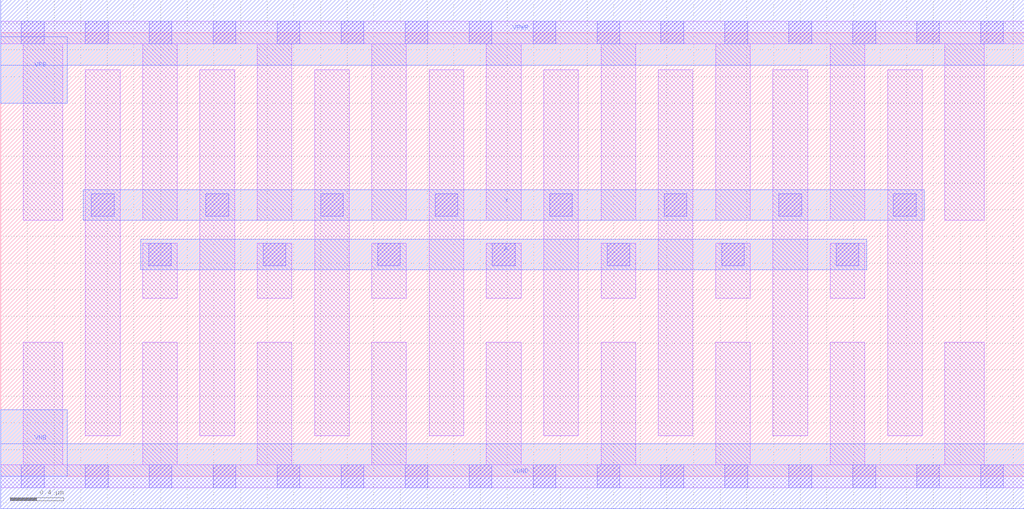
<source format=lef>
# Copyright 2020 The SkyWater PDK Authors
#
# Licensed under the Apache License, Version 2.0 (the "License");
# you may not use this file except in compliance with the License.
# You may obtain a copy of the License at
#
#     https://www.apache.org/licenses/LICENSE-2.0
#
# Unless required by applicable law or agreed to in writing, software
# distributed under the License is distributed on an "AS IS" BASIS,
# WITHOUT WARRANTIES OR CONDITIONS OF ANY KIND, either express or implied.
# See the License for the specific language governing permissions and
# limitations under the License.
#
# SPDX-License-Identifier: Apache-2.0

VERSION 5.5 ;
NAMESCASESENSITIVE ON ;
BUSBITCHARS "[]" ;
DIVIDERCHAR "/" ;
MACRO sky130_fd_sc_lp__inv_16
  CLASS CORE ;
  SOURCE USER ;
  ORIGIN  0.000000  0.000000 ;
  SIZE  7.680000 BY  3.330000 ;
  SYMMETRY X Y R90 ;
  SITE unit ;
  PIN A
    ANTENNAGATEAREA  5.040000 ;
    DIRECTION INPUT ;
    USE SIGNAL ;
    PORT
      LAYER met1 ;
        RECT 1.050000 1.550000 6.500000 1.780000 ;
    END
  END A
  PIN Y
    ANTENNADIFFAREA  4.704000 ;
    DIRECTION OUTPUT ;
    USE SIGNAL ;
    PORT
      LAYER met1 ;
        RECT 0.620000 1.920000 6.930000 2.150000 ;
    END
  END Y
  PIN VGND
    DIRECTION INOUT ;
    USE GROUND ;
    PORT
      LAYER met1 ;
        RECT 0.000000 -0.245000 7.680000 0.245000 ;
    END
  END VGND
  PIN VNB
    DIRECTION INOUT ;
    USE GROUND ;
    PORT
    END
  END VNB
  PIN VPB
    DIRECTION INOUT ;
    USE POWER ;
    PORT
    END
  END VPB
  PIN VNB
    DIRECTION INOUT ;
    USE GROUND ;
    PORT
      LAYER met1 ;
        RECT 0.000000 0.000000 0.500000 0.500000 ;
    END
  END VNB
  PIN VPB
    DIRECTION INOUT ;
    USE POWER ;
    PORT
      LAYER met1 ;
        RECT 0.000000 2.800000 0.500000 3.300000 ;
    END
  END VPB
  PIN VPWR
    DIRECTION INOUT ;
    USE POWER ;
    PORT
      LAYER met1 ;
        RECT 0.000000 3.085000 7.680000 3.575000 ;
    END
  END VPWR
  OBS
    LAYER li1 ;
      RECT 0.000000 -0.085000 7.680000 0.085000 ;
      RECT 0.000000  3.245000 7.680000 3.415000 ;
      RECT 0.170000  0.085000 0.465000 1.005000 ;
      RECT 0.170000  1.920000 0.465000 3.245000 ;
      RECT 0.635000  0.305000 0.895000 3.050000 ;
      RECT 1.065000  0.085000 1.325000 1.005000 ;
      RECT 1.065000  1.335000 1.325000 1.750000 ;
      RECT 1.065000  1.920000 1.325000 3.245000 ;
      RECT 1.495000  0.305000 1.755000 3.050000 ;
      RECT 1.925000  0.085000 2.185000 1.005000 ;
      RECT 1.925000  1.335000 2.185000 1.750000 ;
      RECT 1.925000  1.920000 2.185000 3.245000 ;
      RECT 2.355000  0.305000 2.615000 3.050000 ;
      RECT 2.785000  0.085000 3.045000 1.005000 ;
      RECT 2.785000  1.335000 3.045000 1.750000 ;
      RECT 2.785000  1.920000 3.045000 3.245000 ;
      RECT 3.215000  0.305000 3.475000 3.050000 ;
      RECT 3.645000  0.085000 3.905000 1.005000 ;
      RECT 3.645000  1.335000 3.905000 1.750000 ;
      RECT 3.645000  1.920000 3.905000 3.245000 ;
      RECT 4.075000  0.305000 4.335000 3.050000 ;
      RECT 4.505000  0.085000 4.765000 1.005000 ;
      RECT 4.505000  1.335000 4.765000 1.750000 ;
      RECT 4.505000  1.920000 4.765000 3.245000 ;
      RECT 4.935000  0.305000 5.195000 3.050000 ;
      RECT 5.365000  0.085000 5.625000 1.005000 ;
      RECT 5.365000  1.335000 5.625000 1.750000 ;
      RECT 5.365000  1.920000 5.625000 3.245000 ;
      RECT 5.795000  0.305000 6.055000 3.050000 ;
      RECT 6.225000  0.085000 6.485000 1.005000 ;
      RECT 6.225000  1.335000 6.485000 1.750000 ;
      RECT 6.225000  1.920000 6.485000 3.245000 ;
      RECT 6.655000  0.305000 6.915000 3.050000 ;
      RECT 7.085000  0.085000 7.380000 1.005000 ;
      RECT 7.085000  1.920000 7.380000 3.245000 ;
    LAYER mcon ;
      RECT 0.155000 -0.085000 0.325000 0.085000 ;
      RECT 0.155000  3.245000 0.325000 3.415000 ;
      RECT 0.635000 -0.085000 0.805000 0.085000 ;
      RECT 0.635000  3.245000 0.805000 3.415000 ;
      RECT 0.680000  1.950000 0.850000 2.120000 ;
      RECT 1.110000  1.580000 1.280000 1.750000 ;
      RECT 1.115000 -0.085000 1.285000 0.085000 ;
      RECT 1.115000  3.245000 1.285000 3.415000 ;
      RECT 1.540000  1.950000 1.710000 2.120000 ;
      RECT 1.595000 -0.085000 1.765000 0.085000 ;
      RECT 1.595000  3.245000 1.765000 3.415000 ;
      RECT 1.970000  1.580000 2.140000 1.750000 ;
      RECT 2.075000 -0.085000 2.245000 0.085000 ;
      RECT 2.075000  3.245000 2.245000 3.415000 ;
      RECT 2.400000  1.950000 2.570000 2.120000 ;
      RECT 2.555000 -0.085000 2.725000 0.085000 ;
      RECT 2.555000  3.245000 2.725000 3.415000 ;
      RECT 2.830000  1.580000 3.000000 1.750000 ;
      RECT 3.035000 -0.085000 3.205000 0.085000 ;
      RECT 3.035000  3.245000 3.205000 3.415000 ;
      RECT 3.260000  1.950000 3.430000 2.120000 ;
      RECT 3.515000 -0.085000 3.685000 0.085000 ;
      RECT 3.515000  3.245000 3.685000 3.415000 ;
      RECT 3.690000  1.580000 3.860000 1.750000 ;
      RECT 3.995000 -0.085000 4.165000 0.085000 ;
      RECT 3.995000  3.245000 4.165000 3.415000 ;
      RECT 4.120000  1.950000 4.290000 2.120000 ;
      RECT 4.475000 -0.085000 4.645000 0.085000 ;
      RECT 4.475000  3.245000 4.645000 3.415000 ;
      RECT 4.550000  1.580000 4.720000 1.750000 ;
      RECT 4.955000 -0.085000 5.125000 0.085000 ;
      RECT 4.955000  3.245000 5.125000 3.415000 ;
      RECT 4.980000  1.950000 5.150000 2.120000 ;
      RECT 5.410000  1.580000 5.580000 1.750000 ;
      RECT 5.435000 -0.085000 5.605000 0.085000 ;
      RECT 5.435000  3.245000 5.605000 3.415000 ;
      RECT 5.840000  1.950000 6.010000 2.120000 ;
      RECT 5.915000 -0.085000 6.085000 0.085000 ;
      RECT 5.915000  3.245000 6.085000 3.415000 ;
      RECT 6.270000  1.580000 6.440000 1.750000 ;
      RECT 6.395000 -0.085000 6.565000 0.085000 ;
      RECT 6.395000  3.245000 6.565000 3.415000 ;
      RECT 6.700000  1.950000 6.870000 2.120000 ;
      RECT 6.875000 -0.085000 7.045000 0.085000 ;
      RECT 6.875000  3.245000 7.045000 3.415000 ;
      RECT 7.355000 -0.085000 7.525000 0.085000 ;
      RECT 7.355000  3.245000 7.525000 3.415000 ;
  END
END sky130_fd_sc_lp__inv_16
END LIBRARY

</source>
